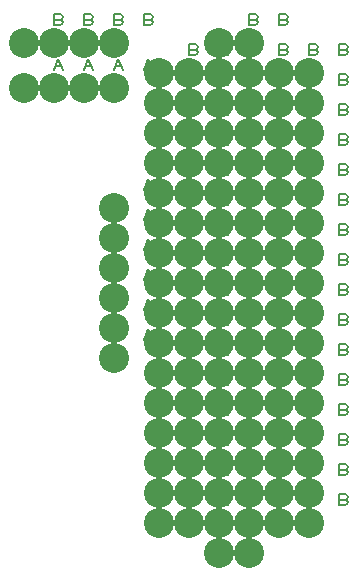
<source format=gbr>
%FSLAX35Y35*%
%MOIN*%
G04 EasyPC Gerber Version 18.0.8 Build 3632 *
%ADD11C,0.00500*%
%ADD10C,0.10000*%
X0Y0D02*
D02*
D10*
X9000Y165250D03*
Y180250D03*
X19000Y165250D03*
Y180250D03*
X29000Y165250D03*
Y180250D03*
X39000Y75250D03*
Y85250D03*
Y95250D03*
Y105250D03*
Y115250D03*
Y125250D03*
Y165250D03*
Y180250D03*
X54000Y20250D03*
Y30250D03*
Y40250D03*
Y50250D03*
Y60250D03*
Y70250D03*
Y80250D03*
Y90250D03*
Y100250D03*
Y110250D03*
Y120250D03*
Y130250D03*
Y140250D03*
Y150250D03*
Y160250D03*
Y170250D03*
X64000Y20250D03*
Y30250D03*
Y40250D03*
Y50250D03*
Y60250D03*
Y70250D03*
Y80250D03*
Y90250D03*
Y100250D03*
Y110250D03*
Y120250D03*
Y130250D03*
Y140250D03*
Y150250D03*
Y160250D03*
Y170250D03*
X74000Y10250D03*
Y20250D03*
Y30250D03*
Y40250D03*
Y50250D03*
Y60250D03*
Y70250D03*
Y80250D03*
Y90250D03*
Y100250D03*
Y110250D03*
Y120250D03*
Y130250D03*
Y140250D03*
Y150250D03*
Y160250D03*
Y170250D03*
Y180250D03*
X84000Y10250D03*
Y20250D03*
Y30250D03*
Y40250D03*
Y50250D03*
Y60250D03*
Y70250D03*
Y80250D03*
Y90250D03*
Y100250D03*
Y110250D03*
Y120250D03*
Y130250D03*
Y140250D03*
Y150250D03*
Y160250D03*
Y170250D03*
Y180250D03*
X94000Y20250D03*
Y30250D03*
Y40250D03*
Y50250D03*
Y60250D03*
Y70250D03*
Y80250D03*
Y90250D03*
Y100250D03*
Y110250D03*
Y120250D03*
Y130250D03*
Y140250D03*
Y150250D03*
Y160250D03*
Y170250D03*
X104000Y20250D03*
Y30250D03*
Y40250D03*
Y50250D03*
Y60250D03*
Y70250D03*
Y80250D03*
Y90250D03*
Y100250D03*
Y110250D03*
Y120250D03*
Y130250D03*
Y140250D03*
Y150250D03*
Y160250D03*
Y170250D03*
D02*
D11*
X19000Y171187D02*
X20563Y174937D01*
X22125Y171187*
X19625Y172750D02*
X21500D01*
X21187Y188063D02*
X21813Y187750D01*
X22125Y187125*
X21813Y186500*
X21187Y186187*
X19000*
Y189937*
X21187*
X21813Y189625*
X22125Y189000*
X21813Y188375*
X21187Y188063*
X19000*
X29000Y171187D02*
X30563Y174937D01*
X32125Y171187*
X29625Y172750D02*
X31500D01*
X31187Y188063D02*
X31813Y187750D01*
X32125Y187125*
X31813Y186500*
X31187Y186187*
X29000*
Y189937*
X31187*
X31813Y189625*
X32125Y189000*
X31813Y188375*
X31187Y188063*
X29000*
X39000Y171187D02*
X40563Y174937D01*
X42125Y171187*
X39625Y172750D02*
X41500D01*
X41187Y188063D02*
X41813Y187750D01*
X42125Y187125*
X41813Y186500*
X41187Y186187*
X39000*
Y189937*
X41187*
X41813Y189625*
X42125Y189000*
X41813Y188375*
X41187Y188063*
X39000*
X49000Y81187D02*
X50563Y84937D01*
X52125Y81187*
X49625Y82750D02*
X51500D01*
X49000Y91187D02*
X50563Y94937D01*
X52125Y91187*
X49625Y92750D02*
X51500D01*
X49000Y101187D02*
X50563Y104937D01*
X52125Y101187*
X49625Y102750D02*
X51500D01*
X49000Y111187D02*
X50563Y114937D01*
X52125Y111187*
X49625Y112750D02*
X51500D01*
X49000Y121187D02*
X50563Y124937D01*
X52125Y121187*
X49625Y122750D02*
X51500D01*
X49000Y131187D02*
X50563Y134937D01*
X52125Y131187*
X49625Y132750D02*
X51500D01*
X49000Y171187D02*
X50563Y174937D01*
X52125Y171187*
X49625Y172750D02*
X51500D01*
X51187Y188063D02*
X51813Y187750D01*
X52125Y187125*
X51813Y186500*
X51187Y186187*
X49000*
Y189937*
X51187*
X51813Y189625*
X52125Y189000*
X51813Y188375*
X51187Y188063*
X49000*
X66187Y28063D02*
X66813Y27750D01*
X67125Y27125*
X66813Y26500*
X66187Y26187*
X64000*
Y29937*
X66187*
X66813Y29625*
X67125Y29000*
X66813Y28375*
X66187Y28063*
X64000*
X66187Y38063D02*
X66813Y37750D01*
X67125Y37125*
X66813Y36500*
X66187Y36187*
X64000*
Y39937*
X66187*
X66813Y39625*
X67125Y39000*
X66813Y38375*
X66187Y38063*
X64000*
X66187Y48063D02*
X66813Y47750D01*
X67125Y47125*
X66813Y46500*
X66187Y46187*
X64000*
Y49937*
X66187*
X66813Y49625*
X67125Y49000*
X66813Y48375*
X66187Y48063*
X64000*
X66187Y58063D02*
X66813Y57750D01*
X67125Y57125*
X66813Y56500*
X66187Y56187*
X64000*
Y59937*
X66187*
X66813Y59625*
X67125Y59000*
X66813Y58375*
X66187Y58063*
X64000*
X66187Y68063D02*
X66813Y67750D01*
X67125Y67125*
X66813Y66500*
X66187Y66187*
X64000*
Y69937*
X66187*
X66813Y69625*
X67125Y69000*
X66813Y68375*
X66187Y68063*
X64000*
X66187Y78063D02*
X66813Y77750D01*
X67125Y77125*
X66813Y76500*
X66187Y76187*
X64000*
Y79937*
X66187*
X66813Y79625*
X67125Y79000*
X66813Y78375*
X66187Y78063*
X64000*
X66187Y88063D02*
X66813Y87750D01*
X67125Y87125*
X66813Y86500*
X66187Y86187*
X64000*
Y89937*
X66187*
X66813Y89625*
X67125Y89000*
X66813Y88375*
X66187Y88063*
X64000*
X66187Y98063D02*
X66813Y97750D01*
X67125Y97125*
X66813Y96500*
X66187Y96187*
X64000*
Y99937*
X66187*
X66813Y99625*
X67125Y99000*
X66813Y98375*
X66187Y98063*
X64000*
X66187Y108063D02*
X66813Y107750D01*
X67125Y107125*
X66813Y106500*
X66187Y106187*
X64000*
Y109937*
X66187*
X66813Y109625*
X67125Y109000*
X66813Y108375*
X66187Y108063*
X64000*
X66187Y118063D02*
X66813Y117750D01*
X67125Y117125*
X66813Y116500*
X66187Y116187*
X64000*
Y119937*
X66187*
X66813Y119625*
X67125Y119000*
X66813Y118375*
X66187Y118063*
X64000*
X66187Y128063D02*
X66813Y127750D01*
X67125Y127125*
X66813Y126500*
X66187Y126187*
X64000*
Y129937*
X66187*
X66813Y129625*
X67125Y129000*
X66813Y128375*
X66187Y128063*
X64000*
X66187Y138063D02*
X66813Y137750D01*
X67125Y137125*
X66813Y136500*
X66187Y136187*
X64000*
Y139937*
X66187*
X66813Y139625*
X67125Y139000*
X66813Y138375*
X66187Y138063*
X64000*
X66187Y148063D02*
X66813Y147750D01*
X67125Y147125*
X66813Y146500*
X66187Y146187*
X64000*
Y149937*
X66187*
X66813Y149625*
X67125Y149000*
X66813Y148375*
X66187Y148063*
X64000*
X66187Y158063D02*
X66813Y157750D01*
X67125Y157125*
X66813Y156500*
X66187Y156187*
X64000*
Y159937*
X66187*
X66813Y159625*
X67125Y159000*
X66813Y158375*
X66187Y158063*
X64000*
X66187Y168063D02*
X66813Y167750D01*
X67125Y167125*
X66813Y166500*
X66187Y166187*
X64000*
Y169937*
X66187*
X66813Y169625*
X67125Y169000*
X66813Y168375*
X66187Y168063*
X64000*
X66187Y178063D02*
X66813Y177750D01*
X67125Y177125*
X66813Y176500*
X66187Y176187*
X64000*
Y179937*
X66187*
X66813Y179625*
X67125Y179000*
X66813Y178375*
X66187Y178063*
X64000*
X74000Y26187D02*
X75563Y29937D01*
X77125Y26187*
X74625Y27750D02*
X76500D01*
X74000Y36187D02*
X75563Y39937D01*
X77125Y36187*
X74625Y37750D02*
X76500D01*
X74000Y46187D02*
X75563Y49937D01*
X77125Y46187*
X74625Y47750D02*
X76500D01*
X74000Y56187D02*
X75563Y59937D01*
X77125Y56187*
X74625Y57750D02*
X76500D01*
X74000Y66187D02*
X75563Y69937D01*
X77125Y66187*
X74625Y67750D02*
X76500D01*
X74000Y76187D02*
X75563Y79937D01*
X77125Y76187*
X74625Y77750D02*
X76500D01*
X74000Y86187D02*
X75563Y89937D01*
X77125Y86187*
X74625Y87750D02*
X76500D01*
X74000Y96187D02*
X75563Y99937D01*
X77125Y96187*
X74625Y97750D02*
X76500D01*
X74000Y106187D02*
X75563Y109937D01*
X77125Y106187*
X74625Y107750D02*
X76500D01*
X74000Y116187D02*
X75563Y119937D01*
X77125Y116187*
X74625Y117750D02*
X76500D01*
X74000Y126187D02*
X75563Y129937D01*
X77125Y126187*
X74625Y127750D02*
X76500D01*
X74000Y136187D02*
X75563Y139937D01*
X77125Y136187*
X74625Y137750D02*
X76500D01*
X74000Y146187D02*
X75563Y149937D01*
X77125Y146187*
X74625Y147750D02*
X76500D01*
X74000Y156187D02*
X75563Y159937D01*
X77125Y156187*
X74625Y157750D02*
X76500D01*
X74000Y166187D02*
X75563Y169937D01*
X77125Y166187*
X74625Y167750D02*
X76500D01*
X74000Y176187D02*
X75563Y179937D01*
X77125Y176187*
X74625Y177750D02*
X76500D01*
X86187Y18063D02*
X86813Y17750D01*
X87125Y17125*
X86813Y16500*
X86187Y16187*
X84000*
Y19937*
X86187*
X86813Y19625*
X87125Y19000*
X86813Y18375*
X86187Y18063*
X84000*
X86187Y28063D02*
X86813Y27750D01*
X87125Y27125*
X86813Y26500*
X86187Y26187*
X84000*
Y29937*
X86187*
X86813Y29625*
X87125Y29000*
X86813Y28375*
X86187Y28063*
X84000*
X86187Y38063D02*
X86813Y37750D01*
X87125Y37125*
X86813Y36500*
X86187Y36187*
X84000*
Y39937*
X86187*
X86813Y39625*
X87125Y39000*
X86813Y38375*
X86187Y38063*
X84000*
X86187Y48063D02*
X86813Y47750D01*
X87125Y47125*
X86813Y46500*
X86187Y46187*
X84000*
Y49937*
X86187*
X86813Y49625*
X87125Y49000*
X86813Y48375*
X86187Y48063*
X84000*
X86187Y58063D02*
X86813Y57750D01*
X87125Y57125*
X86813Y56500*
X86187Y56187*
X84000*
Y59937*
X86187*
X86813Y59625*
X87125Y59000*
X86813Y58375*
X86187Y58063*
X84000*
X86187Y68063D02*
X86813Y67750D01*
X87125Y67125*
X86813Y66500*
X86187Y66187*
X84000*
Y69937*
X86187*
X86813Y69625*
X87125Y69000*
X86813Y68375*
X86187Y68063*
X84000*
X86187Y78063D02*
X86813Y77750D01*
X87125Y77125*
X86813Y76500*
X86187Y76187*
X84000*
Y79937*
X86187*
X86813Y79625*
X87125Y79000*
X86813Y78375*
X86187Y78063*
X84000*
X86187Y88063D02*
X86813Y87750D01*
X87125Y87125*
X86813Y86500*
X86187Y86187*
X84000*
Y89937*
X86187*
X86813Y89625*
X87125Y89000*
X86813Y88375*
X86187Y88063*
X84000*
X86187Y98063D02*
X86813Y97750D01*
X87125Y97125*
X86813Y96500*
X86187Y96187*
X84000*
Y99937*
X86187*
X86813Y99625*
X87125Y99000*
X86813Y98375*
X86187Y98063*
X84000*
X86187Y108063D02*
X86813Y107750D01*
X87125Y107125*
X86813Y106500*
X86187Y106187*
X84000*
Y109937*
X86187*
X86813Y109625*
X87125Y109000*
X86813Y108375*
X86187Y108063*
X84000*
X86187Y118063D02*
X86813Y117750D01*
X87125Y117125*
X86813Y116500*
X86187Y116187*
X84000*
Y119937*
X86187*
X86813Y119625*
X87125Y119000*
X86813Y118375*
X86187Y118063*
X84000*
X86187Y128063D02*
X86813Y127750D01*
X87125Y127125*
X86813Y126500*
X86187Y126187*
X84000*
Y129937*
X86187*
X86813Y129625*
X87125Y129000*
X86813Y128375*
X86187Y128063*
X84000*
X86187Y138063D02*
X86813Y137750D01*
X87125Y137125*
X86813Y136500*
X86187Y136187*
X84000*
Y139937*
X86187*
X86813Y139625*
X87125Y139000*
X86813Y138375*
X86187Y138063*
X84000*
X86187Y148063D02*
X86813Y147750D01*
X87125Y147125*
X86813Y146500*
X86187Y146187*
X84000*
Y149937*
X86187*
X86813Y149625*
X87125Y149000*
X86813Y148375*
X86187Y148063*
X84000*
X86187Y158063D02*
X86813Y157750D01*
X87125Y157125*
X86813Y156500*
X86187Y156187*
X84000*
Y159937*
X86187*
X86813Y159625*
X87125Y159000*
X86813Y158375*
X86187Y158063*
X84000*
X86187Y168063D02*
X86813Y167750D01*
X87125Y167125*
X86813Y166500*
X86187Y166187*
X84000*
Y169937*
X86187*
X86813Y169625*
X87125Y169000*
X86813Y168375*
X86187Y168063*
X84000*
X86187Y178063D02*
X86813Y177750D01*
X87125Y177125*
X86813Y176500*
X86187Y176187*
X84000*
Y179937*
X86187*
X86813Y179625*
X87125Y179000*
X86813Y178375*
X86187Y178063*
X84000*
X86187Y188063D02*
X86813Y187750D01*
X87125Y187125*
X86813Y186500*
X86187Y186187*
X84000*
Y189937*
X86187*
X86813Y189625*
X87125Y189000*
X86813Y188375*
X86187Y188063*
X84000*
X96187Y18063D02*
X96813Y17750D01*
X97125Y17125*
X96813Y16500*
X96187Y16187*
X94000*
Y19937*
X96187*
X96813Y19625*
X97125Y19000*
X96813Y18375*
X96187Y18063*
X94000*
X96187Y28063D02*
X96813Y27750D01*
X97125Y27125*
X96813Y26500*
X96187Y26187*
X94000*
Y29937*
X96187*
X96813Y29625*
X97125Y29000*
X96813Y28375*
X96187Y28063*
X94000*
X96187Y38063D02*
X96813Y37750D01*
X97125Y37125*
X96813Y36500*
X96187Y36187*
X94000*
Y39937*
X96187*
X96813Y39625*
X97125Y39000*
X96813Y38375*
X96187Y38063*
X94000*
X96187Y48063D02*
X96813Y47750D01*
X97125Y47125*
X96813Y46500*
X96187Y46187*
X94000*
Y49937*
X96187*
X96813Y49625*
X97125Y49000*
X96813Y48375*
X96187Y48063*
X94000*
X96187Y58063D02*
X96813Y57750D01*
X97125Y57125*
X96813Y56500*
X96187Y56187*
X94000*
Y59937*
X96187*
X96813Y59625*
X97125Y59000*
X96813Y58375*
X96187Y58063*
X94000*
X96187Y68063D02*
X96813Y67750D01*
X97125Y67125*
X96813Y66500*
X96187Y66187*
X94000*
Y69937*
X96187*
X96813Y69625*
X97125Y69000*
X96813Y68375*
X96187Y68063*
X94000*
X96187Y78063D02*
X96813Y77750D01*
X97125Y77125*
X96813Y76500*
X96187Y76187*
X94000*
Y79937*
X96187*
X96813Y79625*
X97125Y79000*
X96813Y78375*
X96187Y78063*
X94000*
X96187Y88063D02*
X96813Y87750D01*
X97125Y87125*
X96813Y86500*
X96187Y86187*
X94000*
Y89937*
X96187*
X96813Y89625*
X97125Y89000*
X96813Y88375*
X96187Y88063*
X94000*
X96187Y98063D02*
X96813Y97750D01*
X97125Y97125*
X96813Y96500*
X96187Y96187*
X94000*
Y99937*
X96187*
X96813Y99625*
X97125Y99000*
X96813Y98375*
X96187Y98063*
X94000*
X96187Y108063D02*
X96813Y107750D01*
X97125Y107125*
X96813Y106500*
X96187Y106187*
X94000*
Y109937*
X96187*
X96813Y109625*
X97125Y109000*
X96813Y108375*
X96187Y108063*
X94000*
X96187Y118063D02*
X96813Y117750D01*
X97125Y117125*
X96813Y116500*
X96187Y116187*
X94000*
Y119937*
X96187*
X96813Y119625*
X97125Y119000*
X96813Y118375*
X96187Y118063*
X94000*
X96187Y128063D02*
X96813Y127750D01*
X97125Y127125*
X96813Y126500*
X96187Y126187*
X94000*
Y129937*
X96187*
X96813Y129625*
X97125Y129000*
X96813Y128375*
X96187Y128063*
X94000*
X96187Y138063D02*
X96813Y137750D01*
X97125Y137125*
X96813Y136500*
X96187Y136187*
X94000*
Y139937*
X96187*
X96813Y139625*
X97125Y139000*
X96813Y138375*
X96187Y138063*
X94000*
X96187Y148063D02*
X96813Y147750D01*
X97125Y147125*
X96813Y146500*
X96187Y146187*
X94000*
Y149937*
X96187*
X96813Y149625*
X97125Y149000*
X96813Y148375*
X96187Y148063*
X94000*
X96187Y158063D02*
X96813Y157750D01*
X97125Y157125*
X96813Y156500*
X96187Y156187*
X94000*
Y159937*
X96187*
X96813Y159625*
X97125Y159000*
X96813Y158375*
X96187Y158063*
X94000*
X96187Y168063D02*
X96813Y167750D01*
X97125Y167125*
X96813Y166500*
X96187Y166187*
X94000*
Y169937*
X96187*
X96813Y169625*
X97125Y169000*
X96813Y168375*
X96187Y168063*
X94000*
X96187Y178063D02*
X96813Y177750D01*
X97125Y177125*
X96813Y176500*
X96187Y176187*
X94000*
Y179937*
X96187*
X96813Y179625*
X97125Y179000*
X96813Y178375*
X96187Y178063*
X94000*
X96187Y188063D02*
X96813Y187750D01*
X97125Y187125*
X96813Y186500*
X96187Y186187*
X94000*
Y189937*
X96187*
X96813Y189625*
X97125Y189000*
X96813Y188375*
X96187Y188063*
X94000*
X106187Y28063D02*
X106813Y27750D01*
X107125Y27125*
X106813Y26500*
X106187Y26187*
X104000*
Y29937*
X106187*
X106813Y29625*
X107125Y29000*
X106813Y28375*
X106187Y28063*
X104000*
X106187Y38063D02*
X106813Y37750D01*
X107125Y37125*
X106813Y36500*
X106187Y36187*
X104000*
Y39937*
X106187*
X106813Y39625*
X107125Y39000*
X106813Y38375*
X106187Y38063*
X104000*
X106187Y48063D02*
X106813Y47750D01*
X107125Y47125*
X106813Y46500*
X106187Y46187*
X104000*
Y49937*
X106187*
X106813Y49625*
X107125Y49000*
X106813Y48375*
X106187Y48063*
X104000*
X106187Y58063D02*
X106813Y57750D01*
X107125Y57125*
X106813Y56500*
X106187Y56187*
X104000*
Y59937*
X106187*
X106813Y59625*
X107125Y59000*
X106813Y58375*
X106187Y58063*
X104000*
X106187Y68063D02*
X106813Y67750D01*
X107125Y67125*
X106813Y66500*
X106187Y66187*
X104000*
Y69937*
X106187*
X106813Y69625*
X107125Y69000*
X106813Y68375*
X106187Y68063*
X104000*
X106187Y78063D02*
X106813Y77750D01*
X107125Y77125*
X106813Y76500*
X106187Y76187*
X104000*
Y79937*
X106187*
X106813Y79625*
X107125Y79000*
X106813Y78375*
X106187Y78063*
X104000*
X106187Y88063D02*
X106813Y87750D01*
X107125Y87125*
X106813Y86500*
X106187Y86187*
X104000*
Y89937*
X106187*
X106813Y89625*
X107125Y89000*
X106813Y88375*
X106187Y88063*
X104000*
X106187Y98063D02*
X106813Y97750D01*
X107125Y97125*
X106813Y96500*
X106187Y96187*
X104000*
Y99937*
X106187*
X106813Y99625*
X107125Y99000*
X106813Y98375*
X106187Y98063*
X104000*
X106187Y108063D02*
X106813Y107750D01*
X107125Y107125*
X106813Y106500*
X106187Y106187*
X104000*
Y109937*
X106187*
X106813Y109625*
X107125Y109000*
X106813Y108375*
X106187Y108063*
X104000*
X106187Y118063D02*
X106813Y117750D01*
X107125Y117125*
X106813Y116500*
X106187Y116187*
X104000*
Y119937*
X106187*
X106813Y119625*
X107125Y119000*
X106813Y118375*
X106187Y118063*
X104000*
X106187Y128063D02*
X106813Y127750D01*
X107125Y127125*
X106813Y126500*
X106187Y126187*
X104000*
Y129937*
X106187*
X106813Y129625*
X107125Y129000*
X106813Y128375*
X106187Y128063*
X104000*
X106187Y138063D02*
X106813Y137750D01*
X107125Y137125*
X106813Y136500*
X106187Y136187*
X104000*
Y139937*
X106187*
X106813Y139625*
X107125Y139000*
X106813Y138375*
X106187Y138063*
X104000*
X106187Y148063D02*
X106813Y147750D01*
X107125Y147125*
X106813Y146500*
X106187Y146187*
X104000*
Y149937*
X106187*
X106813Y149625*
X107125Y149000*
X106813Y148375*
X106187Y148063*
X104000*
X106187Y158063D02*
X106813Y157750D01*
X107125Y157125*
X106813Y156500*
X106187Y156187*
X104000*
Y159937*
X106187*
X106813Y159625*
X107125Y159000*
X106813Y158375*
X106187Y158063*
X104000*
X106187Y168063D02*
X106813Y167750D01*
X107125Y167125*
X106813Y166500*
X106187Y166187*
X104000*
Y169937*
X106187*
X106813Y169625*
X107125Y169000*
X106813Y168375*
X106187Y168063*
X104000*
X106187Y178063D02*
X106813Y177750D01*
X107125Y177125*
X106813Y176500*
X106187Y176187*
X104000*
Y179937*
X106187*
X106813Y179625*
X107125Y179000*
X106813Y178375*
X106187Y178063*
X104000*
X116187Y28063D02*
X116813Y27750D01*
X117125Y27125*
X116813Y26500*
X116187Y26187*
X114000*
Y29937*
X116187*
X116813Y29625*
X117125Y29000*
X116813Y28375*
X116187Y28063*
X114000*
X116187Y38063D02*
X116813Y37750D01*
X117125Y37125*
X116813Y36500*
X116187Y36187*
X114000*
Y39937*
X116187*
X116813Y39625*
X117125Y39000*
X116813Y38375*
X116187Y38063*
X114000*
X116187Y48063D02*
X116813Y47750D01*
X117125Y47125*
X116813Y46500*
X116187Y46187*
X114000*
Y49937*
X116187*
X116813Y49625*
X117125Y49000*
X116813Y48375*
X116187Y48063*
X114000*
X116187Y58063D02*
X116813Y57750D01*
X117125Y57125*
X116813Y56500*
X116187Y56187*
X114000*
Y59937*
X116187*
X116813Y59625*
X117125Y59000*
X116813Y58375*
X116187Y58063*
X114000*
X116187Y68063D02*
X116813Y67750D01*
X117125Y67125*
X116813Y66500*
X116187Y66187*
X114000*
Y69937*
X116187*
X116813Y69625*
X117125Y69000*
X116813Y68375*
X116187Y68063*
X114000*
X116187Y78063D02*
X116813Y77750D01*
X117125Y77125*
X116813Y76500*
X116187Y76187*
X114000*
Y79937*
X116187*
X116813Y79625*
X117125Y79000*
X116813Y78375*
X116187Y78063*
X114000*
X116187Y88063D02*
X116813Y87750D01*
X117125Y87125*
X116813Y86500*
X116187Y86187*
X114000*
Y89937*
X116187*
X116813Y89625*
X117125Y89000*
X116813Y88375*
X116187Y88063*
X114000*
X116187Y98063D02*
X116813Y97750D01*
X117125Y97125*
X116813Y96500*
X116187Y96187*
X114000*
Y99937*
X116187*
X116813Y99625*
X117125Y99000*
X116813Y98375*
X116187Y98063*
X114000*
X116187Y108063D02*
X116813Y107750D01*
X117125Y107125*
X116813Y106500*
X116187Y106187*
X114000*
Y109937*
X116187*
X116813Y109625*
X117125Y109000*
X116813Y108375*
X116187Y108063*
X114000*
X116187Y118063D02*
X116813Y117750D01*
X117125Y117125*
X116813Y116500*
X116187Y116187*
X114000*
Y119937*
X116187*
X116813Y119625*
X117125Y119000*
X116813Y118375*
X116187Y118063*
X114000*
X116187Y128063D02*
X116813Y127750D01*
X117125Y127125*
X116813Y126500*
X116187Y126187*
X114000*
Y129937*
X116187*
X116813Y129625*
X117125Y129000*
X116813Y128375*
X116187Y128063*
X114000*
X116187Y138063D02*
X116813Y137750D01*
X117125Y137125*
X116813Y136500*
X116187Y136187*
X114000*
Y139937*
X116187*
X116813Y139625*
X117125Y139000*
X116813Y138375*
X116187Y138063*
X114000*
X116187Y148063D02*
X116813Y147750D01*
X117125Y147125*
X116813Y146500*
X116187Y146187*
X114000*
Y149937*
X116187*
X116813Y149625*
X117125Y149000*
X116813Y148375*
X116187Y148063*
X114000*
X116187Y158063D02*
X116813Y157750D01*
X117125Y157125*
X116813Y156500*
X116187Y156187*
X114000*
Y159937*
X116187*
X116813Y159625*
X117125Y159000*
X116813Y158375*
X116187Y158063*
X114000*
X116187Y168063D02*
X116813Y167750D01*
X117125Y167125*
X116813Y166500*
X116187Y166187*
X114000*
Y169937*
X116187*
X116813Y169625*
X117125Y169000*
X116813Y168375*
X116187Y168063*
X114000*
X116187Y178063D02*
X116813Y177750D01*
X117125Y177125*
X116813Y176500*
X116187Y176187*
X114000*
Y179937*
X116187*
X116813Y179625*
X117125Y179000*
X116813Y178375*
X116187Y178063*
X114000*
X0Y0D02*
M02*

</source>
